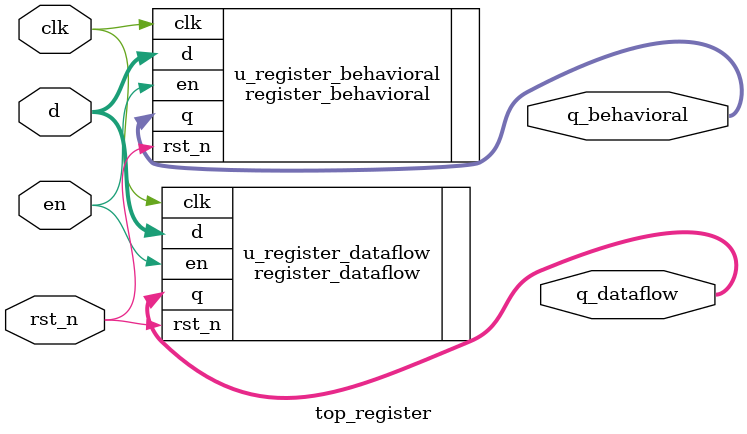
<source format=sv>
module top_register (
    input logic clk,           // Clock signal (BTN_C)
    input logic rst_n,         // Active-low reset signal (CPU_RESET)
    input logic en,            // Enable signal (SW[8])
    input logic [6:0] d,       // 4-bit data input (SW[3:0])
    output logic [6:0] q_behavioral,  // Output from behavioral model
    output logic[6:0] q_dataflow     // Output from dataflow model
);

    // Instance of Behavioral Modeling
    register_behavioral u_register_behavioral (
        .clk(clk),
        .rst_n(rst_n),
        .en(en),
        .d(d),
        .q(q_behavioral)
    );

    // Instance of Dataflow Modeling
    register_dataflow u_register_dataflow (
        .clk(clk),
        .rst_n(rst_n),
        .en(en),
        .d(d),
        .q(q_dataflow)
    );

endmodule
</source>
